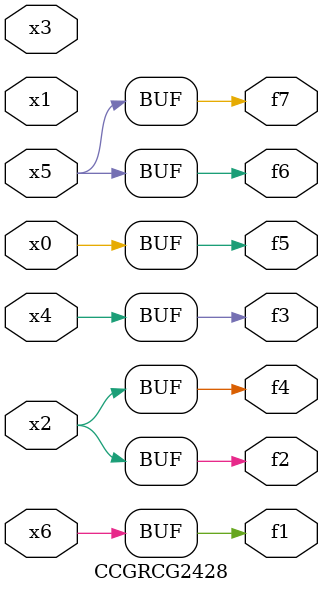
<source format=v>
module CCGRCG2428(
	input x0, x1, x2, x3, x4, x5, x6,
	output f1, f2, f3, f4, f5, f6, f7
);
	assign f1 = x6;
	assign f2 = x2;
	assign f3 = x4;
	assign f4 = x2;
	assign f5 = x0;
	assign f6 = x5;
	assign f7 = x5;
endmodule

</source>
